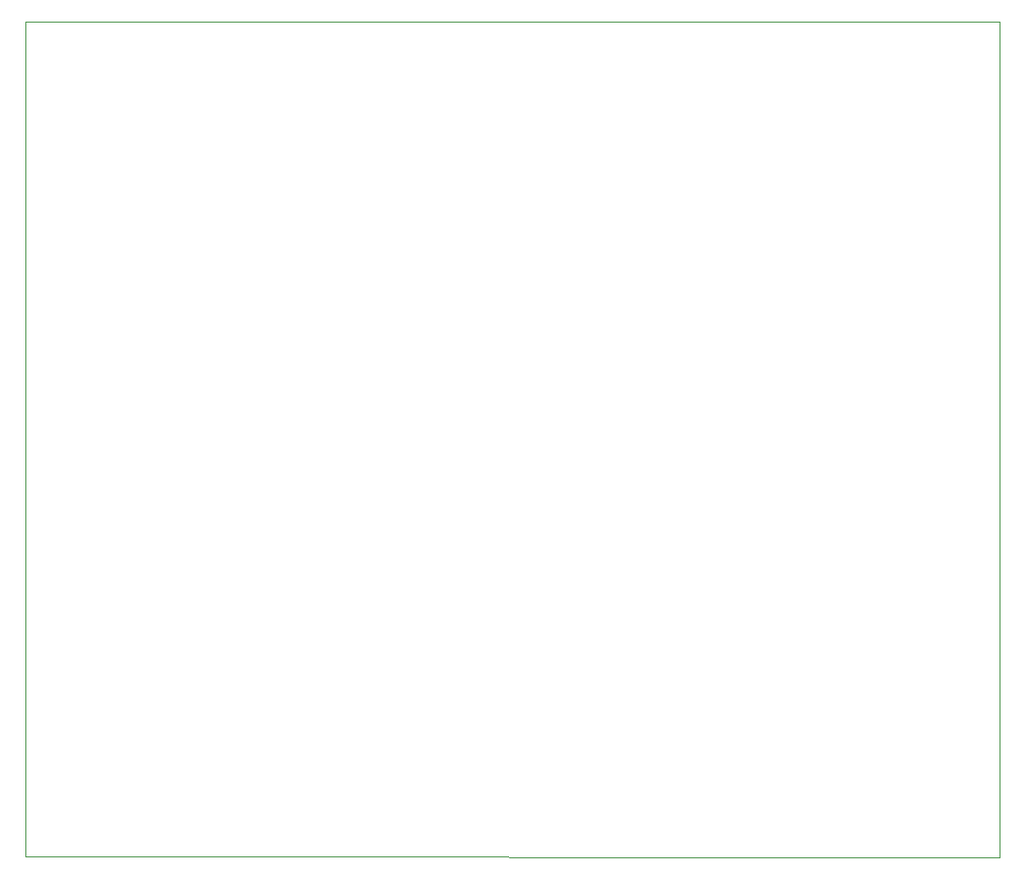
<source format=gbr>
%TF.GenerationSoftware,KiCad,Pcbnew,6.99.0-unknown-08a8a20794~162~ubuntu22.04.1*%
%TF.CreationDate,2022-12-21T10:25:03+01:00*%
%TF.ProjectId,usb_relay,7573625f-7265-46c6-9179-2e6b69636164,rev?*%
%TF.SameCoordinates,Original*%
%TF.FileFunction,Profile,NP*%
%FSLAX46Y46*%
G04 Gerber Fmt 4.6, Leading zero omitted, Abs format (unit mm)*
G04 Created by KiCad (PCBNEW 6.99.0-unknown-08a8a20794~162~ubuntu22.04.1) date 2022-12-21 10:25:03*
%MOMM*%
%LPD*%
G01*
G04 APERTURE LIST*
%TA.AperFunction,Profile*%
%ADD10C,0.100000*%
%TD*%
G04 APERTURE END LIST*
D10*
X131368800Y-53238400D02*
X131318000Y-128270000D01*
X218998800Y-53187600D02*
X131368800Y-53238400D01*
X131318000Y-128270000D02*
X218998800Y-128397000D01*
X218998800Y-128397000D02*
X218998800Y-53187600D01*
M02*

</source>
